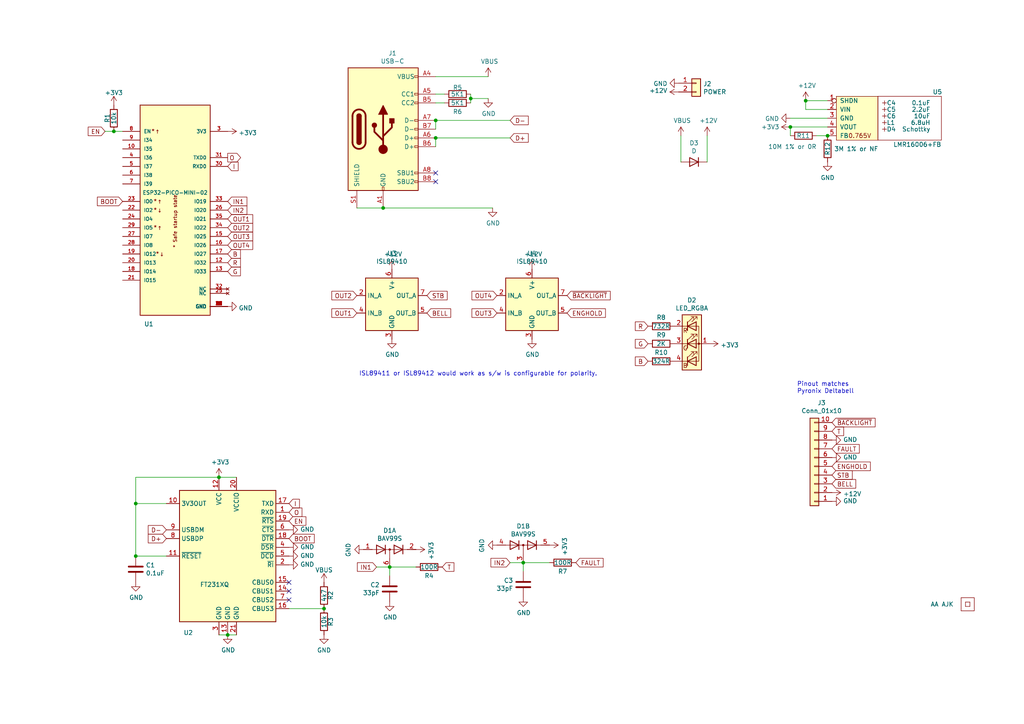
<source format=kicad_sch>
(kicad_sch (version 20211123) (generator eeschema)
  (paper "A4")
  (title_block (title "bell box control") (date "${DATE}") (rev "2") (company "Adrian Kennard Andrews & Arnold Ltd") (comment 1 "@TheRealRevK") (comment 2 "www.me.uk"))
  (lib_symbols
    (symbol "Connector:USB_C_Receptacle_USB2.0" (pin_names (offset 1.016))
      (property "Reference" "J" (at -10.16 19.05 0))
      (property "Value" "USB_C_Receptacle_USB2.0" (at 19.05 19.05 0))
      (symbol "USB_C_Receptacle_USB2.0_0_0"
        (rectangle (start -0.254 -17.78) (end 0.254 -16.764))
        (rectangle (start 10.16 -14.986) (end 9.144 -15.494))
        (rectangle (start 10.16 -12.446) (end 9.144 -12.954))
        (rectangle (start 10.16 -4.826) (end 9.144 -5.334))
        (rectangle (start 10.16 -2.286) (end 9.144 -2.794))
        (rectangle (start 10.16 0.254) (end 9.144 -0.254))
        (rectangle (start 10.16 2.794) (end 9.144 2.286))
        (rectangle (start 10.16 7.874) (end 9.144 7.366))
        (rectangle (start 10.16 10.414) (end 9.144 9.906))
        (rectangle (start 10.16 15.494) (end 9.144 14.986))
      )
      (symbol "USB_C_Receptacle_USB2.0_0_1"
        (rectangle (start -10.16 17.78) (end 10.16 -17.78) (stroke (width 0.254)) (fill (type background)))
        (arc (start -8.89 -3.81) (mid -6.985 -5.715) (end -5.08 -3.81) (stroke (width 0.508)))
        (arc (start -7.62 -3.81) (mid -6.985 -4.445) (end -6.35 -3.81) (stroke (width 0.254)))
        (arc (start -7.62 -3.81) (mid -6.985 -4.445) (end -6.35 -3.81) (stroke (width 0.254)) (fill (type outline)))
        (rectangle (start -7.62 -3.81) (end -6.35 3.81) (stroke (width 0.254)) (fill (type outline)))
        (arc (start -6.35 3.81) (mid -6.985 4.445) (end -7.62 3.81) (stroke (width 0.254)))
        (arc (start -6.35 3.81) (mid -6.985 4.445) (end -7.62 3.81) (stroke (width 0.254)) (fill (type outline)))
        (arc (start -5.08 3.81) (mid -6.985 5.715) (end -8.89 3.81) (stroke (width 0.508)))
        (circle (center -2.54 1.143) (radius 0.635) (stroke (width 0.254)) (fill (type outline)))
        (circle (center 0 -5.842) (radius 1.27) (fill (type outline)))
        (polyline (pts (xy -8.89 -3.81) (xy -8.89 3.81)) (stroke (width 0.508)))
        (polyline (pts (xy -5.08 3.81) (xy -5.08 -3.81)) (stroke (width 0.508)))
        (polyline (pts (xy 0 -5.842) (xy 0 4.318)) (stroke (width 0.508)))
        (polyline (pts (xy 0 -3.302) (xy -2.54 -0.762) (xy -2.54 0.508)) (stroke (width 0.508)))
        (polyline (pts (xy 0 -2.032) (xy 2.54 0.508) (xy 2.54 1.778)) (stroke (width 0.508)))
        (polyline (pts (xy -1.27 4.318) (xy 0 6.858) (xy 1.27 4.318) (xy -1.27 4.318)) (stroke (width 0.254)) (fill (type outline)))
        (rectangle (start 1.905 1.778) (end 3.175 3.048) (stroke (width 0.254)) (fill (type outline)))
      )
      (symbol "USB_C_Receptacle_USB2.0_1_1"
        (pin passive line (at 0 -22.86 90) (length 5.08) (name "GND") (number "A1"))
        (pin passive line (at 0 -22.86 90) (length 5.08) hide (name "GND") (number "A12"))
        (pin passive line (at 15.24 15.24 180) (length 5.08) (name "VBUS") (number "A4"))
        (pin bidirectional line (at 15.24 10.16 180) (length 5.08) (name "CC1") (number "A5"))
        (pin bidirectional line (at 15.24 -2.54 180) (length 5.08) (name "D+") (number "A6"))
        (pin bidirectional line (at 15.24 2.54 180) (length 5.08) (name "D-") (number "A7"))
        (pin bidirectional line (at 15.24 -12.7 180) (length 5.08) (name "SBU1") (number "A8"))
        (pin passive line (at 15.24 15.24 180) (length 5.08) hide (name "VBUS") (number "A9"))
        (pin passive line (at 0 -22.86 90) (length 5.08) hide (name "GND") (number "B1"))
        (pin passive line (at 0 -22.86 90) (length 5.08) hide (name "GND") (number "B12"))
        (pin passive line (at 15.24 15.24 180) (length 5.08) hide (name "VBUS") (number "B4"))
        (pin bidirectional line (at 15.24 7.62 180) (length 5.08) (name "CC2") (number "B5"))
        (pin bidirectional line (at 15.24 -5.08 180) (length 5.08) (name "D+") (number "B6"))
        (pin bidirectional line (at 15.24 0 180) (length 5.08) (name "D-") (number "B7"))
        (pin bidirectional line (at 15.24 -15.24 180) (length 5.08) (name "SBU2") (number "B8"))
        (pin passive line (at 15.24 15.24 180) (length 5.08) hide (name "VBUS") (number "B9"))
        (pin passive line (at -7.62 -22.86 90) (length 5.08) (name "SHIELD") (number "S1"))
      )
    )
    (symbol "Connector_Generic:Conn_01x10" (pin_names (offset 1.016) hide)
      (property "Reference" "J" (at 0 12.7 0))
      (property "Value" "Conn_01x10" (at 0 -15.24 0))
      (symbol "Conn_01x10_1_1"
        (rectangle (start -1.27 -12.573) (end 0 -12.827) (stroke (width 0.1524)))
        (rectangle (start -1.27 -10.033) (end 0 -10.287) (stroke (width 0.1524)))
        (rectangle (start -1.27 -7.493) (end 0 -7.747) (stroke (width 0.1524)))
        (rectangle (start -1.27 -4.953) (end 0 -5.207) (stroke (width 0.1524)))
        (rectangle (start -1.27 -2.413) (end 0 -2.667) (stroke (width 0.1524)))
        (rectangle (start -1.27 0.127) (end 0 -0.127) (stroke (width 0.1524)))
        (rectangle (start -1.27 2.667) (end 0 2.413) (stroke (width 0.1524)))
        (rectangle (start -1.27 5.207) (end 0 4.953) (stroke (width 0.1524)))
        (rectangle (start -1.27 7.747) (end 0 7.493) (stroke (width 0.1524)))
        (rectangle (start -1.27 10.287) (end 0 10.033) (stroke (width 0.1524)))
        (rectangle (start -1.27 11.43) (end 1.27 -13.97) (stroke (width 0.254)) (fill (type background)))
        (pin passive line (at -5.08 10.16 0) (length 3.81) (name "Pin_1") (number "1"))
        (pin passive line (at -5.08 -12.7 0) (length 3.81) (name "Pin_10") (number "10"))
        (pin passive line (at -5.08 7.62 0) (length 3.81) (name "Pin_2") (number "2"))
        (pin passive line (at -5.08 5.08 0) (length 3.81) (name "Pin_3") (number "3"))
        (pin passive line (at -5.08 2.54 0) (length 3.81) (name "Pin_4") (number "4"))
        (pin passive line (at -5.08 0 0) (length 3.81) (name "Pin_5") (number "5"))
        (pin passive line (at -5.08 -2.54 0) (length 3.81) (name "Pin_6") (number "6"))
        (pin passive line (at -5.08 -5.08 0) (length 3.81) (name "Pin_7") (number "7"))
        (pin passive line (at -5.08 -7.62 0) (length 3.81) (name "Pin_8") (number "8"))
        (pin passive line (at -5.08 -10.16 0) (length 3.81) (name "Pin_9") (number "9"))
      )
    )
    (symbol "Device:C" (pin_numbers hide) (pin_names (offset 0.254))
      (property "Reference" "C" (at 0.635 2.54 0))
      (property "Value" "C" (at 0.635 -2.54 0))
      (symbol "C_0_1"
        (polyline (pts (xy -2.032 -0.762) (xy 2.032 -0.762)) (stroke (width 0.508)))
        (polyline (pts (xy -2.032 0.762) (xy 2.032 0.762)) (stroke (width 0.508)))
      )
      (symbol "C_1_1"
        (pin passive line (at 0 3.81 270) (length 2.794) (name "~") (number "1"))
        (pin passive line (at 0 -3.81 90) (length 2.794) (name "~") (number "2"))
      )
    )
    (symbol "Device:D" (pin_numbers hide) (pin_names (offset 1.016) hide)
      (property "Reference" "D" (at 0 2.54 0))
      (property "Value" "D" (at 0 -2.54 0))
      (symbol "D_0_1"
        (polyline (pts (xy -1.27 1.27) (xy -1.27 -1.27)) (stroke (width 0.254)))
        (polyline (pts (xy 1.27 0) (xy -1.27 0)))
        (polyline (pts (xy 1.27 1.27) (xy 1.27 -1.27) (xy -1.27 0) (xy 1.27 1.27)) (stroke (width 0.254)))
      )
      (symbol "D_1_1"
        (pin passive line (at -3.81 0 0) (length 2.54) (name "K") (number "1"))
        (pin passive line (at 3.81 0 180) (length 2.54) (name "A") (number "2"))
      )
    )
    (symbol "Device:LED_ARGB" (pin_names (offset 0) hide)
      (property "Reference" "D" (at 0 9.398 0))
      (property "Value" "LED_ARGB" (at 0 -8.89 0))
      (symbol "LED_ARGB_0_0"
        (text "B" (at -1.905 -6.35 0) (effects (font (size 1.27 1.27))))
        (text "G" (at -1.905 -1.27 0) (effects (font (size 1.27 1.27))))
        (text "R" (at -1.905 3.81 0) (effects (font (size 1.27 1.27))))
      )
      (symbol "LED_ARGB_0_1"
        (polyline (pts (xy -1.27 -5.08) (xy -2.54 -5.08)))
        (polyline (pts (xy -1.27 -5.08) (xy 1.27 -5.08)))
        (polyline (pts (xy -1.27 -3.81) (xy -1.27 -6.35)) (stroke (width 0.254)))
        (polyline (pts (xy -1.27 0) (xy -2.54 0)))
        (polyline (pts (xy -1.27 1.27) (xy -1.27 -1.27)) (stroke (width 0.254)))
        (polyline (pts (xy -1.27 5.08) (xy -2.54 5.08)))
        (polyline (pts (xy -1.27 5.08) (xy 1.27 5.08)))
        (polyline (pts (xy -1.27 6.35) (xy -1.27 3.81)) (stroke (width 0.254)))
        (polyline (pts (xy 1.27 0) (xy -1.27 0)))
        (polyline (pts (xy 1.27 0) (xy 2.54 0)))
        (polyline (pts (xy -1.27 1.27) (xy -1.27 -1.27) (xy -1.27 -1.27)))
        (polyline (pts (xy -1.27 6.35) (xy -1.27 3.81) (xy -1.27 3.81)))
        (polyline (pts (xy 1.27 -5.08) (xy 2.032 -5.08) (xy 2.032 5.08) (xy 1.27 5.08)))
        (polyline (pts (xy 1.27 -3.81) (xy 1.27 -6.35) (xy -1.27 -5.08) (xy 1.27 -3.81)) (stroke (width 0.254)))
        (polyline (pts (xy 1.27 1.27) (xy 1.27 -1.27) (xy -1.27 0) (xy 1.27 1.27)) (stroke (width 0.254)))
        (polyline (pts (xy 1.27 6.35) (xy 1.27 3.81) (xy -1.27 5.08) (xy 1.27 6.35)) (stroke (width 0.254)))
        (polyline (pts (xy -1.016 -3.81) (xy 0.508 -2.286) (xy -0.254 -2.286) (xy 0.508 -2.286) (xy 0.508 -3.048)))
        (polyline (pts (xy -1.016 1.27) (xy 0.508 2.794) (xy -0.254 2.794) (xy 0.508 2.794) (xy 0.508 2.032)))
        (polyline (pts (xy -1.016 6.35) (xy 0.508 7.874) (xy -0.254 7.874) (xy 0.508 7.874) (xy 0.508 7.112)))
        (polyline (pts (xy 0 -3.81) (xy 1.524 -2.286) (xy 0.762 -2.286) (xy 1.524 -2.286) (xy 1.524 -3.048)))
        (polyline (pts (xy 0 1.27) (xy 1.524 2.794) (xy 0.762 2.794) (xy 1.524 2.794) (xy 1.524 2.032)))
        (polyline (pts (xy 0 6.35) (xy 1.524 7.874) (xy 0.762 7.874) (xy 1.524 7.874) (xy 1.524 7.112)))
        (rectangle (start 1.27 -1.27) (end 1.27 1.27))
        (rectangle (start 1.27 1.27) (end 1.27 1.27))
        (rectangle (start 1.27 3.81) (end 1.27 6.35))
        (rectangle (start 1.27 6.35) (end 1.27 6.35))
        (circle (center 2.032 0) (radius 0.254) (fill (type outline)))
        (rectangle (start 2.794 8.382) (end -2.794 -7.62) (stroke (width 0.254)) (fill (type background)))
      )
      (symbol "LED_ARGB_1_1"
        (pin passive line (at 5.08 0 180) (length 2.54) (name "A") (number "1"))
        (pin passive line (at -5.08 5.08 0) (length 2.54) (name "RK") (number "2"))
        (pin passive line (at -5.08 0 0) (length 2.54) (name "GK") (number "3"))
        (pin passive line (at -5.08 -5.08 0) (length 2.54) (name "BK") (number "4"))
      )
    )
    (symbol "Device:R" (pin_numbers hide) (pin_names (offset 0))
      (property "Reference" "R" (at 2.032 0 90))
      (property "Value" "R" (at 0 0 90))
      (symbol "R_0_1"
        (rectangle (start -1.016 -2.54) (end 1.016 2.54) (stroke (width 0.254)))
      )
      (symbol "R_1_1"
        (pin passive line (at 0 3.81 270) (length 1.27) (name "~") (number "1"))
        (pin passive line (at 0 -3.81 90) (length 1.27) (name "~") (number "2"))
      )
    )
    (symbol "Diode:BAV99S" (pin_names (offset 0.0254) hide)
      (property "Reference" "D" (at 0 2.54 0))
      (property "Value" "BAV99S" (at 0 5.08 0))
      (symbol "BAV99S_0_1"
        (polyline (pts (xy -5.08 0) (xy 5.08 0)))
        (polyline (pts (xy 0 0) (xy 0 -2.54)))
        (polyline (pts (xy -1.27 -1.27) (xy -1.27 1.27) (xy -1.27 1.27)) (stroke (width 0.254)))
        (polyline (pts (xy 3.81 1.27) (xy 3.81 -1.27) (xy 3.81 -1.27)) (stroke (width 0.254)))
        (polyline (pts (xy -3.81 1.27) (xy -1.27 0) (xy -3.81 -1.27) (xy -3.81 1.27) (xy -3.81 1.27) (xy -3.81 1.27)) (stroke (width 0.254)))
        (polyline (pts (xy 1.27 1.27) (xy 3.81 0) (xy 1.27 -1.27) (xy 1.27 1.27) (xy 1.27 1.27) (xy 1.27 1.27)) (stroke (width 0.254)))
        (circle (center 0 0) (radius 0.254) (fill (type outline)))
      )
      (symbol "BAV99S_1_1"
        (polyline (pts (xy 6.35 0) (xy 7.62 0)))
        (pin passive line (at -7.62 0 0) (length 2.54) (name "A1") (number "1"))
        (pin passive line (at 7.62 0 180) (length 2.54) (name "K2") (number "2"))
        (pin passive line (at 0 -5.08 90) (length 2.54) (name "K3A4") (number "6"))
      )
      (symbol "BAV99S_2_1"
        (polyline (pts (xy 6.35 0) (xy 7.62 0)))
        (pin passive line (at 0 -5.08 90) (length 2.54) (name "K1A2") (number "3"))
        (pin passive line (at -7.62 0 0) (length 2.54) (name "A3") (number "4"))
        (pin passive line (at 7.62 0 180) (length 2.54) (name "K4") (number "5"))
      )
    )
    (symbol "Driver_FET:EL7202CN"
      (property "Reference" "U" (at -7.62 8.89 0))
      (property "Value" "EL7202CN" (at 1.27 8.89 0))
      (symbol "EL7202CN_0_1"
        (rectangle (start -7.62 -7.62) (end 7.62 7.62) (stroke (width 0.254)) (fill (type background)))
      )
      (symbol "EL7202CN_1_1"
        (pin no_connect line (at -7.62 0 0) (length 2.54) hide (name "NC") (number "1"))
        (pin input line (at -10.16 2.54 0) (length 2.54) (name "IN_A") (number "2"))
        (pin power_in line (at 0 -10.16 90) (length 2.54) (name "GND") (number "3"))
        (pin input line (at -10.16 -2.54 0) (length 2.54) (name "IN_B") (number "4"))
        (pin output line (at 10.16 -2.54 180) (length 2.54) (name "OUT_B") (number "5"))
        (pin power_in line (at 0 10.16 270) (length 2.54) (name "V+") (number "6"))
        (pin output line (at 10.16 2.54 180) (length 2.54) (name "OUT_A") (number "7"))
        (pin no_connect line (at 7.62 0 180) (length 2.54) hide (name "NC") (number "8"))
      )
    )
    (symbol "Hidden_1" (pin_names (offset 1.016))
      (property "Reference" "Z" (at 0.635 0 0))
      (property "Value" "Hidden_1" (at 4.445 0 0))
      (symbol "Hidden_1_0_1"
        (polyline (pts (xy -0.635 0) (xy 0.635 0)) (stroke (width 0.1524)))
        (polyline (pts (xy 0 0.635) (xy 0 -0.635)) (stroke (width 0.1524)))
      )
      (symbol "Hidden_1_1_1"
        (pin no_connect non_logic (at 0 -2.54 90) (length 2.54) hide (name "~") (number "~"))
      )
    )
    (symbol "Hidden_2" (pin_names (offset 1.016))
      (property "Reference" "Z" (at 0.635 0 0))
      (property "Value" "Hidden_2" (at 4.445 0 0))
      (symbol "Hidden_2_0_1"
        (polyline (pts (xy -0.635 0) (xy 0.635 0)) (stroke (width 0.1524)))
        (polyline (pts (xy 0 0.635) (xy 0 -0.635)) (stroke (width 0.1524)))
      )
      (symbol "Hidden_2_1_1"
        (pin no_connect non_logic (at 0 -2.54 90) (length 2.54) hide (name "~") (number "~"))
      )
    )
    (symbol "Hidden_3" (pin_names (offset 1.016))
      (property "Reference" "Z" (at 0.635 0 0))
      (property "Value" "Hidden_3" (at 4.445 0 0))
      (symbol "Hidden_3_0_1"
        (polyline (pts (xy -0.635 0) (xy 0.635 0)) (stroke (width 0.1524)))
        (polyline (pts (xy 0 0.635) (xy 0 -0.635)) (stroke (width 0.1524)))
      )
      (symbol "Hidden_3_1_1"
        (pin no_connect non_logic (at 0 -2.54 90) (length 2.54) hide (name "~") (number "~"))
      )
    )
    (symbol "Hidden_4" (pin_names (offset 1.016))
      (property "Reference" "Z" (at 0.635 0 0))
      (property "Value" "Hidden_4" (at 4.445 0 0))
      (symbol "Hidden_4_0_1"
        (polyline (pts (xy -0.635 0) (xy 0.635 0)) (stroke (width 0.1524)))
        (polyline (pts (xy 0 0.635) (xy 0 -0.635)) (stroke (width 0.1524)))
      )
      (symbol "Hidden_4_1_1"
        (pin no_connect non_logic (at 0 -2.54 90) (length 2.54) hide (name "~") (number "~"))
      )
    )
    (symbol "Interface_USB:FT231XQ"
      (property "Reference" "U" (at -13.97 20.32 0))
      (property "Value" "FT231XQ" (at 6.35 20.32 0))
      (symbol "FT231XQ_0_1"
        (rectangle (start -13.97 19.05) (end 13.97 -19.05) (stroke (width 0.254)) (fill (type background)))
      )
      (symbol "FT231XQ_1_1"
        (pin input line (at 17.78 12.7 180) (length 3.81) (name "RXD") (number "1"))
        (pin power_out line (at -17.78 15.24 0) (length 3.81) (name "3V3OUT") (number "10"))
        (pin input line (at -17.78 0 0) (length 3.81) (name "~{RESET}") (number "11"))
        (pin power_in line (at -2.54 22.86 270) (length 3.81) (name "VCC") (number "12"))
        (pin power_in line (at 0 -22.86 90) (length 3.81) (name "GND") (number "13"))
        (pin bidirectional line (at 17.78 -10.16 180) (length 3.81) (name "CBUS1") (number "14"))
        (pin bidirectional line (at 17.78 -7.62 180) (length 3.81) (name "CBUS0") (number "15"))
        (pin bidirectional line (at 17.78 -15.24 180) (length 3.81) (name "CBUS3") (number "16"))
        (pin output line (at 17.78 15.24 180) (length 3.81) (name "TXD") (number "17"))
        (pin output line (at 17.78 5.08 180) (length 3.81) (name "~{DTR}") (number "18"))
        (pin output line (at 17.78 10.16 180) (length 3.81) (name "~{RTS}") (number "19"))
        (pin input line (at 17.78 -2.54 180) (length 3.81) (name "~{RI}") (number "2"))
        (pin power_in line (at 2.54 22.86 270) (length 3.81) (name "VCCIO") (number "20"))
        (pin power_in line (at 2.54 -22.86 90) (length 3.81) (name "GND") (number "21"))
        (pin power_in line (at -2.54 -22.86 90) (length 3.81) (name "GND") (number "3"))
        (pin input line (at 17.78 2.54 180) (length 3.81) (name "~{DSR}") (number "4"))
        (pin input line (at 17.78 0 180) (length 3.81) (name "~{DCD}") (number "5"))
        (pin input line (at 17.78 7.62 180) (length 3.81) (name "~{CTS}") (number "6"))
        (pin bidirectional line (at 17.78 -12.7 180) (length 3.81) (name "CBUS2") (number "7"))
        (pin bidirectional line (at -17.78 5.08 0) (length 3.81) (name "USBDP") (number "8"))
        (pin bidirectional line (at -17.78 7.62 0) (length 3.81) (name "USBDM") (number "9"))
      )
    )
    (symbol "RevK:AA" (pin_names (offset 1.016))
      (property "Value" "AA" (at 0 0 0))
    )
    (symbol "RevK:AJK" (pin_names (offset 1.016))
      (property "Value" "AJK" (at 0 0 0))
    )
    (symbol "RevK:ESP32-PICO-MINI-02" (pin_names (offset 1.016))
      (property "Reference" "U" (at 0 31.75 0))
      (property "Value" "ESP32-PICO-MINI-02" (at 0 27.94 0))
      (symbol "ESP32-PICO-MINI-02_0_0"
        (rectangle (start -10.16 -30.48) (end 10.16 30.48) (stroke (width 0.254)) (fill (type background)))
        (text "* Safe startup state" (at 0 -3.175 900) (effects (font (size 1 1))))
        (text "*↑" (at -6.985 22.86 0) (effects (font (size 1.27 1.27)) (justify left)))
        (text "*↑" (at -6.35 -5.08 0) (effects (font (size 1.27 1.27)) (justify left)))
        (text "*↑" (at -6.35 2.54 0) (effects (font (size 1.27 1.27)) (justify left)))
        (text "*↓" (at -6.35 0 0) (effects (font (size 1.27 1.27)) (justify left)))
        (text "*↓" (at -5.715 -12.7 0) (effects (font (size 1.27 1.27)) (justify left)))
        (pin power_in line (at 15.24 -27.94 180) (length 5.08) (name "GND") (number "1"))
        (pin input line (at -15.24 17.78 0) (length 5.08) (name "I35") (number "10"))
        (pin power_in line (at 15.24 -27.94 180) (length 5.08) (name "GND") (number "11"))
        (pin bidirectional line (at 15.24 -15.24 180) (length 5.08) (name "IO32") (number "12"))
        (pin bidirectional line (at 15.24 -17.78 180) (length 5.08) (name "IO33") (number "13"))
        (pin power_in line (at 15.24 -27.94 180) (length 5.08) (name "GND") (number "14"))
        (pin bidirectional line (at 15.24 -7.62 180) (length 5.08) (name "IO25") (number "15"))
        (pin bidirectional line (at 15.24 -10.16 180) (length 5.08) (name "IO26") (number "16"))
        (pin bidirectional line (at 15.24 -12.7 180) (length 5.08) (name "IO27") (number "17"))
        (pin bidirectional line (at -15.24 -17.78 0) (length 5.08) (name "IO14") (number "18"))
        (pin bidirectional line (at -15.24 -12.7 0) (length 5.08) (name "IO12") (number "19"))
        (pin power_in line (at 15.24 -27.94 180) (length 5.08) (name "GND") (number "2"))
        (pin bidirectional line (at -15.24 -15.24 0) (length 5.08) (name "IO13") (number "20"))
        (pin bidirectional line (at -15.24 -20.32 0) (length 5.08) (name "IO15") (number "21"))
        (pin bidirectional line (at -15.24 0 0) (length 5.08) (name "IO2") (number "22"))
        (pin bidirectional line (at -15.24 2.54 0) (length 5.08) (name "IO0") (number "23"))
        (pin bidirectional line (at -15.24 -2.54 0) (length 5.08) (name "IO4") (number "24"))
        (pin no_connect line (at 15.24 -24.13 180) (length 5.08) (name "NC") (number "25"))
        (pin bidirectional line (at 15.24 0 180) (length 5.08) (name "IO20") (number "26"))
        (pin bidirectional line (at -15.24 -7.62 0) (length 5.08) (name "IO7") (number "27"))
        (pin bidirectional line (at -15.24 -10.16 0) (length 5.08) (name "IO8") (number "28"))
        (pin bidirectional line (at -15.24 -5.08 0) (length 5.08) (name "IO5") (number "29"))
        (pin power_in line (at 15.24 22.86 180) (length 5.08) (name "3V3") (number "3"))
        (pin bidirectional line (at 15.24 12.7 180) (length 5.08) (name "RXD0") (number "30"))
        (pin bidirectional line (at 15.24 15.24 180) (length 5.08) (name "TXD0") (number "31"))
        (pin no_connect line (at 15.24 -22.86 180) (length 5.08) (name "NC") (number "32"))
        (pin bidirectional line (at 15.24 2.54 180) (length 5.08) (name "IO19") (number "33"))
        (pin bidirectional line (at 15.24 -5.08 180) (length 5.08) (name "IO22") (number "34"))
        (pin bidirectional line (at 15.24 -2.54 180) (length 5.08) (name "IO21") (number "35"))
        (pin power_in line (at 15.24 -27.94 180) (length 5.08) (name "GND") (number "36"))
        (pin power_in line (at 15.24 -27.94 180) (length 5.08) (name "GND") (number "37"))
        (pin power_in line (at 15.24 -27.94 180) (length 5.08) (name "GND") (number "38"))
        (pin power_in line (at 15.24 -27.94 180) (length 5.08) (name "GND") (number "39"))
        (pin input line (at -15.24 15.24 0) (length 5.08) (name "I36") (number "4"))
        (pin power_in line (at 15.24 -27.94 180) (length 5.08) (name "GND") (number "40"))
        (pin power_in line (at 15.24 -27.94 180) (length 5.08) (name "GND") (number "41"))
        (pin power_in line (at 15.24 -27.94 180) (length 5.08) (name "GND") (number "42"))
        (pin power_in line (at 15.24 -27.94 180) (length 5.08) (name "GND") (number "43"))
        (pin power_in line (at 15.24 -27.94 180) (length 5.08) (name "GND") (number "44"))
        (pin power_in line (at 15.24 -27.94 180) (length 5.08) (name "GND") (number "45"))
        (pin power_in line (at 15.24 -27.94 180) (length 5.08) (name "GND") (number "46"))
        (pin power_in line (at 15.24 -27.94 180) (length 5.08) (name "GND") (number "47"))
        (pin power_in line (at 15.24 -27.94 180) (length 5.08) (name "GND") (number "48"))
        (pin power_in line (at 15.24 -27.94 180) (length 5.08) (name "GND") (number "49"))
        (pin input line (at -15.24 12.7 0) (length 5.08) (name "I37") (number "5"))
        (pin power_in line (at 15.24 -27.94 180) (length 5.08) (name "GND") (number "50"))
        (pin power_in line (at 15.24 -27.94 180) (length 5.08) (name "GND") (number "51"))
        (pin power_in line (at 15.24 -27.94 180) (length 5.08) (name "GND") (number "52"))
        (pin power_in line (at 15.24 -27.94 180) (length 5.08) (name "GND") (number "53"))
        (pin power_in line (at 15.24 -27.94 180) (length 5.08) (name "GND") (number "54"))
        (pin power_in line (at 15.24 -27.94 180) (length 5.08) (name "GND") (number "55"))
        (pin power_in line (at 15.24 -27.94 180) (length 5.08) (name "GND") (number "56"))
        (pin power_in line (at 15.24 -27.94 180) (length 5.08) (name "GND") (number "57"))
        (pin power_in line (at 15.24 -27.94 180) (length 5.08) (name "GND") (number "58"))
        (pin power_in line (at 15.24 -27.94 180) (length 5.08) (name "GND") (number "59"))
        (pin input line (at -15.24 10.16 0) (length 5.08) (name "I38") (number "6"))
        (pin power_in line (at 15.24 -27.94 180) (length 5.08) (name "GND") (number "60"))
        (pin power_in line (at 15.24 -27.94 180) (length 5.08) (name "GND") (number "61"))
        (pin input line (at -15.24 7.62 0) (length 5.08) (name "I39") (number "7"))
        (pin input line (at -15.24 22.86 0) (length 5.08) (name "EN") (number "8"))
        (pin input line (at -15.24 20.32 0) (length 5.08) (name "I34") (number "9"))
      )
    )
    (symbol "RevK:Hidden" (pin_names (offset 1.016))
      (property "Reference" "Z" (at 0.635 0 0))
      (property "Value" "Hidden" (at 4.445 0 0))
      (symbol "Hidden_0_1"
        (polyline (pts (xy -0.635 0) (xy 0.635 0)) (stroke (width 0.1524)))
        (polyline (pts (xy 0 0.635) (xy 0 -0.635)) (stroke (width 0.1524)))
      )
      (symbol "Hidden_1_1"
        (pin no_connect non_logic (at 0 -2.54 90) (length 2.54) hide (name "~") (number "~"))
      )
    )
    (symbol "RevK:LMR16006+FB" (pin_names (offset 1.016))
      (property "Reference" "U" (at 11.43 2.54 0))
      (property "Value" "LMR16006+FB" (at 7.62 -12.7 0))
      (symbol "LMR16006+FB_0_0"
        (rectangle (start 2.54 1.27) (end 14.605 -11.43) (fill (type background)))
        (text "0.765V" (at 12.7 -10.16 0) (effects (font (size 1.27 1.27)) (justify right)))
      )
      (symbol "LMR16006+FB_0_1"
        (rectangle (start 14.605 1.27) (end 33.02 -11.43))
      )
      (symbol "LMR16006+FB_1_1"
        (pin input inverted (at 0 0 0) (length 2.54) (name "SHDN") (number "1"))
        (pin power_in line (at 0 -2.54 0) (length 2.54) (name "VIN") (number "2"))
        (pin power_in line (at 0 -5.08 0) (length 2.54) (name "GND") (number "3"))
        (pin power_out line (at 0 -7.62 0) (length 2.54) (name "VOUT") (number "4"))
        (pin passive line (at 0 -10.16 0) (length 2.54) (name "FB") (number "5"))
      )
    )
    (symbol "RevK:PowerIn" (pin_names (offset 1.016) hide)
      (property "Reference" "J" (at 0 2.54 0))
      (property "Value" "PowerIn" (at 0 -5.08 0))
      (symbol "PowerIn_1_1"
        (rectangle (start -1.27 -2.413) (end 0 -2.667) (stroke (width 0.1524)))
        (rectangle (start -1.27 0.127) (end 0 -0.127) (stroke (width 0.1524)))
        (rectangle (start -1.27 1.27) (end 1.27 -3.81) (stroke (width 0.254)) (fill (type background)))
        (pin power_out line (at -5.08 0 0) (length 3.81) (name "Pin_1") (number "1"))
        (pin power_out line (at -5.08 -2.54 0) (length 3.81) (name "Pin_2") (number "2"))
      )
    )
    (symbol "RevK:QR" (pin_names (offset 1.016))
      (symbol "QR_0_1"
        (rectangle (start -1.905 -1.905) (end -1.905 1.905))
        (rectangle (start -1.905 1.905) (end 1.905 1.905))
        (rectangle (start -0.635 -0.635) (end -0.635 0.635))
        (rectangle (start -0.635 0.635) (end 0.635 0.635))
        (rectangle (start 0.635 -0.635) (end -0.635 -0.635))
        (rectangle (start 0.635 0.635) (end 0.635 -0.635))
        (rectangle (start 1.905 -1.905) (end -1.905 -1.905))
        (rectangle (start 1.905 1.905) (end 1.905 -1.905))
      )
    )
    (symbol "power:+12V" (power) (pin_names (offset 0))
      (property "Value" "+12V" (at 0 3.556 0))
      (symbol "+12V_0_1"
        (polyline (pts (xy -0.762 1.27) (xy 0 2.54)))
        (polyline (pts (xy 0 0) (xy 0 2.54)))
        (polyline (pts (xy 0 2.54) (xy 0.762 1.27)))
      )
      (symbol "+12V_1_1"
        (pin power_in line (at 0 0 90) (length 0) hide (name "+12V") (number "1"))
      )
    )
    (symbol "power:+3.3V" (power) (pin_names (offset 0))
      (property "Value" "+3.3V" (at 0 3.556 0))
      (symbol "+3.3V_0_1"
        (polyline (pts (xy -0.762 1.27) (xy 0 2.54)))
        (polyline (pts (xy 0 0) (xy 0 2.54)))
        (polyline (pts (xy 0 2.54) (xy 0.762 1.27)))
      )
      (symbol "+3.3V_1_1"
        (pin power_in line (at 0 0 90) (length 0) hide (name "+3V3") (number "1"))
      )
    )
    (symbol "power:GND" (power) (pin_names (offset 0))
      (property "Value" "GND" (at 0 -3.81 0))
      (symbol "GND_0_1"
        (polyline (pts (xy 0 0) (xy 0 -1.27) (xy 1.27 -1.27) (xy 0 -2.54) (xy -1.27 -1.27) (xy 0 -1.27)))
      )
      (symbol "GND_1_1"
        (pin power_in line (at 0 0 270) (length 0) hide (name "GND") (number "1"))
      )
    )
    (symbol "power:VBUS" (power) (pin_names (offset 0))
      (property "Value" "VBUS" (at 0 3.81 0))
      (symbol "VBUS_0_1"
        (polyline (pts (xy -0.762 1.27) (xy 0 2.54)))
        (polyline (pts (xy 0 0) (xy 0 2.54)))
        (polyline (pts (xy 0 2.54) (xy 0.762 1.27)))
      )
      (symbol "VBUS_1_1"
        (pin power_in line (at 0 0 90) (length 0) hide (name "VBUS") (number "1"))
      )
    )
  )
  (junction (at 111.125 60.325))
  (junction (at 151.765 163.195))
  (junction (at 240.03 39.37))
  (junction (at 39.37 161.29))
  (junction (at 126.365 34.925))
  (junction (at 39.37 146.05))
  (junction (at 66.04 184.15))
  (junction (at 63.5 138.43))
  (junction (at 233.68 29.21))
  (junction (at 113.03 164.465))
  (junction (at 93.98 176.53))
  (junction (at 126.365 40.005))
  (junction (at 229.235 36.83))
  (junction (at 33.02 38.1))
  (junction (at 136.525 28.575))
  (no_connect (at 83.82 168.91))
  (no_connect (at 83.82 173.99))
  (no_connect (at 126.365 52.705))
  (no_connect (at 126.365 50.165))
  (no_connect (at 83.82 171.45))
  (wire (pts (xy 126.365 29.845) (xy 128.905 29.845)))
  (wire (pts (xy 233.68 29.21) (xy 233.68 31.75)))
  (wire (pts (xy 229.235 34.29) (xy 240.03 34.29)))
  (wire (pts (xy 83.82 176.53) (xy 93.98 176.53)))
  (wire (pts (xy 136.525 28.575) (xy 136.525 29.845)))
  (wire (pts (xy 33.02 38.1) (xy 35.56 38.1)))
  (wire (pts (xy 205.105 46.99) (xy 205.105 39.37)))
  (wire (pts (xy 48.26 161.29) (xy 39.37 161.29)))
  (wire (pts (xy 63.5 184.15) (xy 66.04 184.15)))
  (wire (pts (xy 136.525 27.305) (xy 136.525 28.575)))
  (wire (pts (xy 39.37 138.43) (xy 63.5 138.43)))
  (wire (pts (xy 30.48 38.1) (xy 33.02 38.1)))
  (wire (pts (xy 229.235 36.83) (xy 240.03 36.83)))
  (wire (pts (xy 233.68 31.75) (xy 240.03 31.75)))
  (wire (pts (xy 66.04 184.15) (xy 68.58 184.15)))
  (wire (pts (xy 229.235 36.83) (xy 229.235 39.37)))
  (wire (pts (xy 103.505 60.325) (xy 111.125 60.325)))
  (wire (pts (xy 39.37 146.05) (xy 48.26 146.05)))
  (wire (pts (xy 126.365 22.225) (xy 141.605 22.225)))
  (wire (pts (xy 126.365 42.545) (xy 126.365 40.005)))
  (wire (pts (xy 39.37 161.29) (xy 39.37 146.05)))
  (wire (pts (xy 197.485 46.99) (xy 197.485 39.37)))
  (wire (pts (xy 111.125 60.325) (xy 142.875 60.325)))
  (wire (pts (xy 126.365 40.005) (xy 147.955 40.005)))
  (wire (pts (xy 151.765 163.195) (xy 159.385 163.195)))
  (wire (pts (xy 113.03 164.465) (xy 120.65 164.465)))
  (wire (pts (xy 126.365 34.925) (xy 147.955 34.925)))
  (wire (pts (xy 141.605 28.575) (xy 136.525 28.575)))
  (wire (pts (xy 113.03 164.465) (xy 113.03 167.005)))
  (wire (pts (xy 151.765 163.195) (xy 151.765 165.735)))
  (wire (pts (xy 233.68 29.21) (xy 240.03 29.21)))
  (wire (pts (xy 39.37 146.05) (xy 39.37 138.43)))
  (wire (pts (xy 68.58 138.43) (xy 63.5 138.43)))
  (wire (pts (xy 126.365 37.465) (xy 126.365 34.925)))
  (wire (pts (xy 109.22 164.465) (xy 113.03 164.465)))
  (wire (pts (xy 126.365 27.305) (xy 128.905 27.305)))
  (wire (pts (xy 236.855 39.37) (xy 240.03 39.37)))
  (wire (pts (xy 147.955 163.195) (xy 151.765 163.195)))
  (text "Pinout matches\nPyronix Deltabell" (at 231.14 114.3 0) (effects (font (size 1.27 1.27)) (justify left bottom)))
  (text "ISL89411 or ISL89412 would work as s/w is configurable for polarity." (at 104.14 109.22 0) (effects (font (size 1.27 1.27)) (justify left bottom)))
  (global_label "OUT1" (shape input) (at 103.505 90.805 180) (property "Intersheet References" "${INTERSHEET_REFS}" (effects hide)))
  (global_label "R" (shape input) (at 66.04 76.2 0) (property "Intersheet References" "${INTERSHEET_REFS}" (effects hide)))
  (global_label "B" (shape input) (at 187.96 104.775 180) (property "Intersheet References" "${INTERSHEET_REFS}" (effects hide)))
  (global_label "I" (shape input) (at 66.04 48.26 0) (property "Intersheet References" "${INTERSHEET_REFS}" (effects hide)))
  (global_label "EN" (shape input) (at 30.48 38.1 180) (property "Intersheet References" "${INTERSHEET_REFS}" (effects hide)))
  (global_label "FAULT" (shape input) (at 241.3 130.175 0) (property "Intersheet References" "${INTERSHEET_REFS}" (effects hide)))
  (global_label "IN1" (shape input) (at 66.04 58.42 0) (property "Intersheet References" "${INTERSHEET_REFS}" (effects hide)))
  (global_label "BELL" (shape input) (at 241.3 140.335 0) (property "Intersheet References" "${INTERSHEET_REFS}" (effects hide)))
  (global_label "IN2" (shape input) (at 66.04 60.96 0) (property "Intersheet References" "${INTERSHEET_REFS}" (effects hide)))
  (global_label "B" (shape input) (at 66.04 73.66 0) (property "Intersheet References" "${INTERSHEET_REFS}" (effects hide)))
  (global_label "EN" (shape input) (at 83.82 151.13 0) (property "Intersheet References" "${INTERSHEET_REFS}" (effects hide)))
  (global_label "G" (shape input) (at 187.96 99.695 180) (property "Intersheet References" "${INTERSHEET_REFS}" (effects hide)))
  (global_label "OUT3" (shape input) (at 66.04 68.58 0) (property "Intersheet References" "${INTERSHEET_REFS}" (effects hide)))
  (global_label "ENGHOLD" (shape input) (at 241.3 135.255 0) (property "Intersheet References" "${INTERSHEET_REFS}" (effects hide)))
  (global_label "OUT3" (shape input) (at 144.145 90.805 180) (property "Intersheet References" "${INTERSHEET_REFS}" (effects hide)))
  (global_label "OUT2" (shape input) (at 103.505 85.725 180) (property "Intersheet References" "${INTERSHEET_REFS}" (effects hide)))
  (global_label "FAULT" (shape input) (at 167.005 163.195 0) (property "Intersheet References" "${INTERSHEET_REFS}" (effects hide)))
  (global_label "ENGHOLD" (shape input) (at 164.465 90.805 0) (property "Intersheet References" "${INTERSHEET_REFS}" (effects hide)))
  (global_label "D-" (shape input) (at 48.26 153.67 180) (property "Intersheet References" "${INTERSHEET_REFS}" (effects hide)))
  (global_label "T" (shape input) (at 241.3 125.095 0) (property "Intersheet References" "${INTERSHEET_REFS}" (effects hide)))
  (global_label "IN2" (shape input) (at 147.955 163.195 180) (property "Intersheet References" "${INTERSHEET_REFS}" (effects hide)))
  (global_label "D+" (shape input) (at 48.26 156.21 180) (property "Intersheet References" "${INTERSHEET_REFS}" (effects hide)))
  (global_label "O" (shape output) (at 66.04 45.72 0) (property "Intersheet References" "${INTERSHEET_REFS}" (effects hide)))
  (global_label "D+" (shape input) (at 147.955 40.005 0) (property "Intersheet References" "${INTERSHEET_REFS}" (effects hide)))
  (global_label "~{BACKLIGHT}" (shape input) (at 241.3 122.555 0) (property "Intersheet References" "${INTERSHEET_REFS}" (effects hide)))
  (global_label "OUT2" (shape input) (at 66.04 66.04 0) (property "Intersheet References" "${INTERSHEET_REFS}" (effects hide)))
  (global_label "D-" (shape input) (at 147.955 34.925 0) (property "Intersheet References" "${INTERSHEET_REFS}" (effects hide)))
  (global_label "G" (shape input) (at 66.04 78.74 0) (property "Intersheet References" "${INTERSHEET_REFS}" (effects hide)))
  (global_label "OUT1" (shape input) (at 66.04 63.5 0) (property "Intersheet References" "${INTERSHEET_REFS}" (effects hide)))
  (global_label "BOOT" (shape input) (at 83.82 156.21 0) (property "Intersheet References" "${INTERSHEET_REFS}" (effects hide)))
  (global_label "O" (shape input) (at 83.82 148.59 0) (property "Intersheet References" "${INTERSHEET_REFS}" (effects hide)))
  (global_label "T" (shape input) (at 128.27 164.465 0) (property "Intersheet References" "${INTERSHEET_REFS}" (effects hide)))
  (global_label "OUT4" (shape input) (at 144.145 85.725 180) (property "Intersheet References" "${INTERSHEET_REFS}" (effects hide)))
  (global_label "~{BACKLIGHT}" (shape input) (at 164.465 85.725 0) (property "Intersheet References" "${INTERSHEET_REFS}" (effects hide)))
  (global_label "BOOT" (shape input) (at 35.56 58.42 180) (property "Intersheet References" "${INTERSHEET_REFS}" (effects hide)))
  (global_label "R" (shape input) (at 187.96 94.615 180) (property "Intersheet References" "${INTERSHEET_REFS}" (effects hide)))
  (global_label "STB" (shape input) (at 123.825 85.725 0) (property "Intersheet References" "${INTERSHEET_REFS}" (effects hide)))
  (global_label "OUT4" (shape input) (at 66.04 71.12 0) (property "Intersheet References" "${INTERSHEET_REFS}" (effects hide)))
  (global_label "I" (shape input) (at 83.82 146.05 0) (property "Intersheet References" "${INTERSHEET_REFS}" (effects hide)))
  (global_label "STB" (shape input) (at 241.3 137.795 0) (property "Intersheet References" "${INTERSHEET_REFS}" (effects hide)))
  (global_label "IN1" (shape input) (at 109.22 164.465 180) (property "Intersheet References" "${INTERSHEET_REFS}" (effects hide)))
  (global_label "BELL" (shape input) (at 123.825 90.805 0) (property "Intersheet References" "${INTERSHEET_REFS}" (effects hide)))
  (symbol (lib_id "Connector:USB_C_Receptacle_USB2.0") (at 111.125 37.465 0) (unit 1)
    (property "Reference" "J1" (at 113.8428 15.4432 0))
    (property "Value" "USB-C" (at 113.8428 17.7546 0))
    (property "Footprint" "RevK:USC16-TR-Round" (effects hide))
    (property "Datasheet" "https://www.usb.org/sites/default/files/documents/usb_type-c.zip" (effects hide))
  )
  (symbol (lib_id "Device:R") (at 132.715 27.305 90) (unit 1)
    (property "Reference" "R5" (at 132.715 25.4 90))
    (property "Value" "5K1" (at 132.715 27.305 90))
    (property "Footprint" "RevK:R_0603" (effects hide))
  )
  (symbol (lib_id "power:VBUS") (at 141.605 22.225 0) (unit 1)
    (property "Reference" "#PWR018" (effects hide))
    (property "Value" "VBUS" (at 141.986 17.8308 0))
  )
  (symbol (lib_id "power:GND") (at 141.605 28.575 0) (unit 1)
    (property "Reference" "#PWR019" (effects hide))
    (property "Value" "GND" (at 141.732 32.9692 0))
  )
  (symbol (lib_id "power:GND") (at 142.875 60.325 0) (unit 1)
    (property "Reference" "#PWR020" (effects hide))
    (property "Value" "GND" (at 143.002 64.7192 0))
  )
  (symbol (lib_id "Device:R") (at 132.715 29.845 270) (unit 1)
    (property "Reference" "R6" (at 132.715 32.385 90))
    (property "Value" "5K1" (at 132.715 29.845 90))
    (property "Footprint" "RevK:R_0603" (effects hide))
  )
  (symbol (lib_id "RevK:AJK") (at 266.7 175.26 0) (unit 1)
    (property "Reference" "AJK1" (effects hide))
    (property "Value" "AJK" (at 273.05 175.26 0) (effects (justify left)))
    (property "Footprint" "RevK:AJK" (effects hide))
  )
  (symbol (lib_id "RevK:PowerIn") (at 201.93 24.13 0) (unit 1)
    (property "Reference" "J2" (at 203.962 24.3332 0) (effects (justify left)))
    (property "Value" "POWER" (at 203.962 26.6446 0) (effects (justify left)))
    (property "Footprint" "RevK:Molex_MiniSPOX_H2RA" (effects hide))
  )
  (symbol (lib_id "power:GND") (at 196.85 24.13 270) (unit 1)
    (property "Reference" "#PWR026" (effects hide))
    (property "Value" "GND" (at 193.5988 24.257 90) (effects (justify right)))
  )
  (symbol (lib_id "Device:R") (at 191.77 104.775 270) (unit 1)
    (property "Reference" "R10" (at 191.77 102.235 90))
    (property "Value" "324R" (at 191.77 104.775 90))
    (property "Footprint" "RevK:R_0603" (effects hide))
  )
  (symbol (lib_id "power:+3.3V") (at 205.74 99.695 270) (unit 1)
    (property "Reference" "#PWR030" (effects hide))
    (property "Value" "+3.3V" (at 208.9912 100.076 90) (effects (justify left)))
  )
  (symbol (lib_id "Interface_USB:FT231XQ") (at 66.04 161.29 0) (unit 1)
    (property "Reference" "U2" (at 54.61 183.515 0))
    (property "Value" "FT231XQ" (at 62.23 169.545 0))
    (property "Footprint" "RevK:QFN-20-1EP_4x4mm_P0.5mm_EP2.5x2.5mm" (effects hide))
    (property "Datasheet" "https://www.ftdichip.com/Support/Documents/DataSheets/ICs/DS_FT231X.pdf" (effects hide))
  )
  (symbol (lib_id "power:GND") (at 66.04 184.15 0) (unit 1)
    (property "Reference" "#PWR06" (effects hide))
    (property "Value" "GND" (at 66.167 188.5442 0))
  )
  (symbol (lib_id "power:+3.3V") (at 63.5 138.43 0) (unit 1)
    (property "Reference" "#PWR03" (effects hide))
    (property "Value" "+3.3V" (at 63.881 134.0358 0))
  )
  (symbol (lib_id "power:GND") (at 83.82 153.67 90) (unit 1)
    (property "Reference" "#PWR07" (effects hide))
    (property "Value" "GND" (at 87.0712 153.543 90) (effects (justify right)))
  )
  (symbol (lib_id "power:GND") (at 83.82 158.75 90) (unit 1)
    (property "Reference" "#PWR08" (effects hide))
    (property "Value" "GND" (at 87.0712 158.623 90) (effects (justify right)))
  )
  (symbol (lib_id "power:GND") (at 83.82 161.29 90) (unit 1)
    (property "Reference" "#PWR09" (effects hide))
    (property "Value" "GND" (at 87.0712 161.163 90) (effects (justify right)))
  )
  (symbol (lib_id "power:GND") (at 83.82 163.83 90) (unit 1)
    (property "Reference" "#PWR010" (effects hide))
    (property "Value" "GND" (at 87.0712 163.703 90) (effects (justify right)))
  )
  (symbol (lib_id "power:+12V") (at 196.85 26.67 90) (unit 1)
    (property "Reference" "#PWR027" (effects hide))
    (property "Value" "+12V" (at 193.5988 26.289 90) (effects (justify left)))
  )
  (symbol (lib_id "power:+12V") (at 205.105 39.37 0) (unit 1)
    (property "Reference" "#PWR029" (effects hide))
    (property "Value" "+12V" (at 205.486 34.9758 0))
  )
  (symbol (lib_id "Device:D") (at 201.295 46.99 180) (unit 1)
    (property "Reference" "D3" (at 201.295 41.4782 0))
    (property "Value" "D" (at 201.295 43.7896 0))
    (property "Footprint" "Diode_SMD:D_1206_3216Metric_Pad1.42x1.75mm_HandSolder" (effects hide))
  )
  (symbol (lib_id "power:VBUS") (at 197.485 39.37 0) (unit 1)
    (property "Reference" "#PWR028" (effects hide))
    (property "Value" "VBUS" (at 197.866 34.9758 0))
  )
  (symbol (lib_id "Device:C") (at 39.37 165.1 0) (unit 1)
    (property "Reference" "C1" (at 42.291 163.9316 0) (effects (justify left)))
    (property "Value" "0.1uF" (at 42.291 166.243 0) (effects (justify left)))
    (property "Footprint" "RevK:C_0603" (effects hide))
  )
  (symbol (lib_id "power:GND") (at 39.37 168.91 0) (unit 1)
    (property "Reference" "#PWR02" (effects hide))
    (property "Value" "GND" (at 39.497 173.3042 0))
  )
  (symbol (lib_id "RevK:AA") (at 269.24 175.26 0) (unit 1)
    (property "Reference" "U6" (effects hide))
    (property "Value" "AA" (at 269.875 175.26 0) (effects (justify left)))
    (property "Footprint" "RevK:AA" (effects hide))
  )
  (symbol (lib_id "Device:R") (at 124.46 164.465 270) (unit 1)
    (property "Reference" "R4" (at 124.46 167.005 90))
    (property "Value" "100R" (at 124.46 164.465 90))
    (property "Footprint" "RevK:R_0603" (effects hide))
  )
  (symbol (lib_id "power:+3.3V") (at 120.65 159.385 270) (unit 1)
    (property "Reference" "#PWR017" (effects hide))
    (property "Value" "+3.3V" (at 125.0442 159.766 0))
  )
  (symbol (lib_id "power:GND") (at 105.41 159.385 270) (unit 1)
    (property "Reference" "#PWR013" (effects hide))
    (property "Value" "GND" (at 101.0158 159.512 0))
  )
  (symbol (lib_id "Device:C") (at 113.03 170.815 0) (mirror y) (unit 1)
    (property "Reference" "C2" (at 110.109 169.6466 0) (effects (justify left)))
    (property "Value" "33pF" (at 110.109 171.958 0) (effects (justify left)))
    (property "Footprint" "RevK:C_0603" (effects hide))
  )
  (symbol (lib_id "power:GND") (at 113.03 174.625 0) (unit 1)
    (property "Reference" "#PWR014" (effects hide))
    (property "Value" "GND" (at 113.157 179.0192 0))
  )
  (symbol (lib_id "Connector_Generic:Conn_01x10") (at 236.22 135.255 180) (unit 1)
    (property "Reference" "J3" (at 238.3028 116.84 0))
    (property "Value" "Conn_01x10" (at 238.3028 119.1514 0))
    (property "Footprint" "RevK:Molex_MiniSPOX_H10RA" (effects hide))
  )
  (symbol (lib_id "Diode:BAV99S") (at 113.03 159.385 0) (unit 1)
    (property "Reference" "D1" (at 113.03 153.8732 0))
    (property "Value" "BAV99S" (at 113.03 156.1846 0))
    (property "Footprint" "Package_TO_SOT_SMD:SOT-363_SC-70-6" (effects hide))
    (property "Datasheet" "https://assets.nexperia.com/documents/data-sheet/BAV99_SER.pdf" (effects hide))
  )
  (symbol (lib_id "Device:R") (at 163.195 163.195 270) (unit 1)
    (property "Reference" "R7" (at 163.195 165.735 90))
    (property "Value" "100R" (at 163.195 163.195 90))
    (property "Footprint" "RevK:R_0603" (effects hide))
  )
  (symbol (lib_id "power:+3.3V") (at 159.385 158.115 270) (unit 1)
    (property "Reference" "#PWR025" (effects hide))
    (property "Value" "+3.3V" (at 163.7792 158.496 0))
  )
  (symbol (lib_id "Device:C") (at 151.765 169.545 0) (mirror y) (unit 1)
    (property "Reference" "C3" (at 148.844 168.3766 0) (effects (justify left)))
    (property "Value" "33pF" (at 148.844 170.688 0) (effects (justify left)))
    (property "Footprint" "RevK:C_0603" (effects hide))
  )
  (symbol (lib_id "power:GND") (at 151.765 173.355 0) (unit 1)
    (property "Reference" "#PWR022" (effects hide))
    (property "Value" "GND" (at 151.892 177.7492 0))
  )
  (symbol (lib_id "power:GND") (at 144.145 158.115 270) (unit 1)
    (property "Reference" "#PWR021" (effects hide))
    (property "Value" "GND" (at 139.7508 158.242 0))
  )
  (symbol (lib_id "Diode:BAV99S") (at 151.765 158.115 0) (unit 2)
    (property "Reference" "D1" (at 151.765 152.6032 0))
    (property "Value" "BAV99S" (at 151.765 154.9146 0))
    (property "Footprint" "Package_TO_SOT_SMD:SOT-363_SC-70-6" (effects hide))
    (property "Datasheet" "https://assets.nexperia.com/documents/data-sheet/BAV99_SER.pdf" (effects hide))
  )
  (symbol (lib_id "power:GND") (at 241.3 145.415 90) (unit 1)
    (property "Reference" "#PWR038" (effects hide))
    (property "Value" "GND" (at 244.5512 145.288 90) (effects (justify right)))
  )
  (symbol (lib_id "power:+12V") (at 241.3 142.875 270) (unit 1)
    (property "Reference" "#PWR037" (effects hide))
    (property "Value" "+12V" (at 244.5512 143.256 90) (effects (justify left)))
  )
  (symbol (lib_id "power:GND") (at 113.665 98.425 0) (unit 1)
    (property "Reference" "#PWR016" (effects hide))
    (property "Value" "GND" (at 113.792 102.8192 0))
  )
  (symbol (lib_id "power:+12V") (at 113.665 78.105 0) (unit 1)
    (property "Reference" "#PWR015" (effects hide))
    (property "Value" "+12V" (at 114.046 73.7108 0))
  )
  (symbol (lib_id "power:GND") (at 241.3 132.715 90) (unit 1)
    (property "Reference" "#PWR036" (effects hide))
    (property "Value" "GND" (at 244.5512 132.588 90) (effects (justify right)))
  )
  (symbol (lib_id "power:GND") (at 241.3 127.635 90) (unit 1)
    (property "Reference" "#PWR035" (effects hide))
    (property "Value" "GND" (at 244.5512 127.508 90) (effects (justify right)))
  )
  (symbol (lib_id "RevK:QR") (at 280.67 175.26 0) (unit 1)
    (property "Reference" "U7" (effects hide))
    (property "Value" "QR" (effects hide))
    (property "Footprint" "RevK:QR-SS" (effects hide))
  )
  (symbol (lib_id "power:GND") (at 154.305 98.425 0) (unit 1)
    (property "Reference" "#PWR024" (effects hide))
    (property "Value" "GND" (at 154.432 102.8192 0))
  )
  (symbol (lib_id "power:+12V") (at 154.305 78.105 0) (unit 1)
    (property "Reference" "#PWR023" (effects hide))
    (property "Value" "+12V" (at 154.686 73.7108 0))
  )
  (symbol (lib_id "Driver_FET:EL7202CN") (at 113.665 88.265 0) (unit 1)
    (property "Reference" "U3" (at 113.665 73.5076 0))
    (property "Value" "ISL89410" (at 113.665 75.819 0))
    (property "Footprint" "Package_SO:SO-8_3.9x4.9mm_P1.27mm" (effects hide))
    (property "Datasheet" "http://www.intersil.com/content/dam/Intersil/documents/el72/el7202-12-22.pdf" (effects hide))
  )
  (symbol (lib_id "Driver_FET:EL7202CN") (at 154.305 88.265 0) (unit 1)
    (property "Reference" "U4" (at 154.305 73.5076 0))
    (property "Value" "ISL89410" (at 154.305 75.819 0))
    (property "Footprint" "Package_SO:SO-8_3.9x4.9mm_P1.27mm" (effects hide))
    (property "Datasheet" "http://www.intersil.com/content/dam/Intersil/documents/el72/el7202-12-22.pdf" (effects hide))
  )
  (symbol (lib_id "Device:LED_ARGB") (at 200.66 99.695 0) (unit 1)
    (property "Reference" "D2" (at 200.66 87.0712 0))
    (property "Value" "LED_RGBA" (at 200.66 89.3826 0))
    (property "Footprint" "RevK:LED-RGB-1.6x1.6" (effects hide))
  )
  (symbol (lib_id "Device:R") (at 191.77 99.695 270) (unit 1)
    (property "Reference" "R9" (at 191.77 97.155 90))
    (property "Value" "2K" (at 191.77 99.695 90))
    (property "Footprint" "RevK:R_0603" (effects hide))
  )
  (symbol (lib_id "Device:R") (at 191.77 94.615 270) (unit 1)
    (property "Reference" "R8" (at 191.77 92.075 90))
    (property "Value" "732R" (at 191.77 94.615 90))
    (property "Footprint" "RevK:R_0603" (effects hide))
  )
  (symbol (lib_name "Hidden_2") (lib_id "RevK:Hidden") (at 256.54 29.845 0) (unit 1)
    (property "Reference" "C4" (at 257.175 29.845 0) (effects (justify left)))
    (property "Value" "0.1uF" (at 269.875 29.845 0) (effects (justify right)))
    (property "Footprint" "RevK:Hidden" (effects hide))
    (property "Note" "X7R or X5R 0603" (effects hide))
  )
  (symbol (lib_name "Hidden_4") (lib_id "RevK:Hidden") (at 256.54 31.75 0) (unit 1)
    (property "Reference" "C5" (at 257.175 31.75 0) (effects (justify left)))
    (property "Value" "2.2uF" (at 269.875 31.75 0) (effects (justify right)))
    (property "Footprint" "RevK:Hidden" (effects hide))
    (property "Note" "0603 or 0805" (effects hide))
  )
  (symbol (lib_name "Hidden_3") (lib_id "RevK:Hidden") (at 256.54 33.655 0) (unit 1)
    (property "Reference" "C6" (at 257.175 33.655 0) (effects (justify left)))
    (property "Value" "10uF" (at 269.875 33.655 0) (effects (justify right)))
    (property "Footprint" "RevK:Hidden" (effects hide))
    (property "Note" "0603 or 0805" (effects hide))
  )
  (symbol (lib_name "Hidden_1") (lib_id "RevK:Hidden") (at 256.54 35.56 0) (unit 1)
    (property "Reference" "L1" (at 257.175 35.56 0) (effects (justify left)))
    (property "Value" "6.8uH" (at 269.875 35.56 0) (effects (justify right)))
    (property "Footprint" "RevK:Hidden" (effects hide))
    (property "Datasheet" "https://www.mouser.co.uk/datasheet/2/987/Laird_Performance_TYA4020_series__Rev_A_-1877538.pdf" (effects hide))
    (property "Manufacturer" "Laird" (effects hide))
    (property "Part No" "TYA4020" (effects hide))
  )
  (symbol (lib_id "RevK:Hidden") (at 256.54 37.465 0) (unit 1)
    (property "Reference" "D4" (at 257.175 37.465 0) (effects (justify left)))
    (property "Value" "Schottky" (at 269.875 37.465 0) (effects (justify right)))
    (property "Footprint" "RevK:Hidden" (effects hide))
    (property "Datasheet" "https://www.mouser.co.uk/datasheet/2/54/CD1206-B220_B2100-777245.pdf" (effects hide))
    (property "Manufacturer" "Bourns" (effects hide))
    (property "Part No" "CD1206-B2100" (effects hide))
  )
  (symbol (lib_id "power:GND") (at 240.03 46.99 0) (unit 1)
    (property "Reference" "#PWR034" (effects hide))
    (property "Value" "GND" (at 240.03 51.5525 0))
  )
  (symbol (lib_id "power:+3.3V") (at 33.02 30.48 0) (unit 1)
    (property "Reference" "#PWR01" (effects hide))
    (property "Value" "+3.3V" (at 33.02 26.9042 0))
  )
  (symbol (lib_id "power:VBUS") (at 93.98 168.91 0) (unit 1)
    (property "Reference" "#PWR011" (effects hide))
    (property "Value" "VBUS" (at 93.98 165.3342 0))
  )
  (symbol (lib_id "Device:R") (at 33.02 34.29 180) (unit 1)
    (property "Reference" "R1" (at 31.115 34.29 90))
    (property "Value" "10k" (at 33.02 34.29 90))
    (property "Footprint" "RevK:R_0603" (effects hide))
  )
  (symbol (lib_id "power:GND") (at 66.04 88.9 90) (unit 1)
    (property "Reference" "#PWR05" (effects hide))
    (property "Value" "GND" (at 69.215 89.3338 90) (effects (justify right)))
  )
  (symbol (lib_id "Device:R") (at 240.03 43.18 180) (unit 1)
    (property "Reference" "R12" (at 240.03 45.085 90) (effects (justify right)))
    (property "Value" "3M 1% or NF" (at 241.935 43.18 0) (effects (justify right)))
    (property "Footprint" "RevK:R_0603" (effects hide))
  )
  (symbol (lib_id "Device:R") (at 93.98 180.34 0) (unit 1)
    (property "Reference" "R3" (at 95.885 180.34 90))
    (property "Value" "10k" (at 93.98 180.34 90))
    (property "Footprint" "RevK:R_0603" (effects hide))
  )
  (symbol (lib_id "power:GND") (at 229.235 34.29 270) (unit 1)
    (property "Reference" "#PWR031" (effects hide))
    (property "Value" "GND" (at 225.9838 34.417 90) (effects (justify right)))
  )
  (symbol (lib_id "RevK:ESP32-PICO-MINI-02") (at 50.8 60.96 0) (unit 1)
    (property "Reference" "U1" (at 43.18 93.98 0))
    (property "Value" "ESP32-PICO-MINI-02" (at 50.8 55.88 0) (effects (font (size 1.1 1.1))))
    (property "Footprint" "RevK:ESP32-PICO-MINI-02" (effects hide))
    (property "MANUFACTURER" "Espressif" (effects hide))
    (property "MAXIMUM_PACKAGE_HEIGHT" "2.55mm" (effects hide))
    (property "PARTREV" "v1.0" (effects hide))
    (property "STANDARD" "Manufacturer Recommendations" (effects hide))
  )
  (symbol (lib_id "RevK:LMR16006+FB") (at 240.03 29.21 0) (unit 1)
    (property "Reference" "U5" (at 270.51 26.67 0) (effects (justify left)))
    (property "Value" "LMR16006+FB" (at 259.08 41.91 0) (effects (justify left)))
    (property "Footprint" "RevK:RegulatorBlockFB" (effects hide))
    (property "Manufacturer" "TI" (effects hide))
    (property "Part No" "LMR16006YQ3" (effects hide))
  )
  (symbol (lib_id "power:GND") (at 93.98 184.15 0) (unit 1)
    (property "Reference" "#PWR012" (effects hide))
    (property "Value" "GND" (at 93.98 188.5934 0))
  )
  (symbol (lib_id "Device:R") (at 233.045 39.37 90) (unit 1)
    (property "Reference" "R11" (at 234.95 39.37 90) (effects (justify left)))
    (property "Value" "10M 1% or 0R" (at 236.855 42.545 90) (effects (justify left)))
    (property "Footprint" "RevK:R_0603" (effects hide))
  )
  (symbol (lib_id "Device:R") (at 93.98 172.72 0) (unit 1)
    (property "Reference" "R2" (at 95.885 172.72 90))
    (property "Value" "4k7" (at 93.98 172.72 90))
    (property "Footprint" "RevK:R_0603" (effects hide))
  )
  (symbol (lib_id "power:+12V") (at 233.68 29.21 0) (unit 1)
    (property "Reference" "#PWR033" (effects hide))
    (property "Value" "+12V" (at 234.061 24.8158 0))
  )
  (symbol (lib_id "power:+3.3V") (at 66.04 38.1 270) (unit 1)
    (property "Reference" "#PWR04" (effects hide))
    (property "Value" "+3.3V" (at 69.215 38.5338 90) (effects (justify left)))
  )
  (symbol (lib_id "power:+3.3V") (at 229.235 36.83 90) (unit 1)
    (property "Reference" "#PWR032" (effects hide))
    (property "Value" "+3.3V" (at 226.06 36.83 90) (effects (justify left)))
  )
)
</source>
